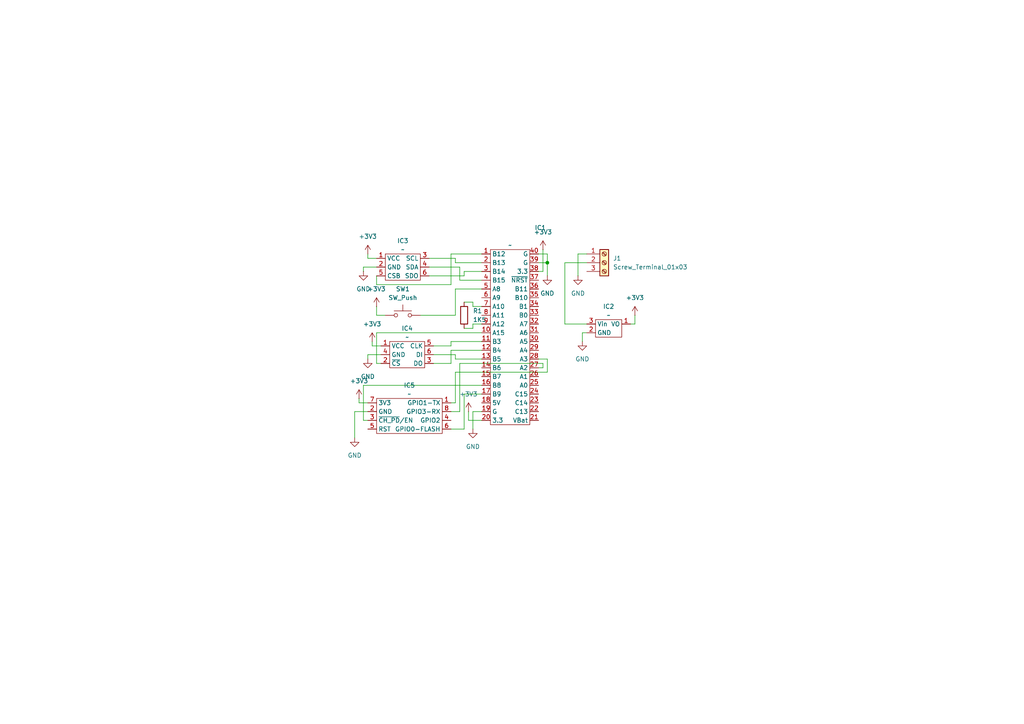
<source format=kicad_sch>
(kicad_sch (version 20250114) (generator "eeschema") (generator_version "9.0")
  (paper "A4")
  (lib_symbols
    (symbol "Connector:Screw_Terminal_01x03" (pin_names (offset 1.016) (hide yes))
      (property "Reference" "J" (at 0 5.08 0))
      (property "Value" "Screw_Terminal_01x03" (at 0 -5.08 0))
      (symbol "Screw_Terminal_01x03_1_1"
        (rectangle (start -1.27 3.81) (end 1.27 -3.81) (stroke (width 0.254)) (fill (type background)))
        (polyline (pts (xy -0.5334 2.8702) (xy 0.3302 2.032)) (stroke (width 0.1524)))
        (polyline (pts (xy -0.5334 0.3302) (xy 0.3302 -0.508)) (stroke (width 0.1524)))
        (polyline (pts (xy -0.5334 -2.2098) (xy 0.3302 -3.048)) (stroke (width 0.1524)))
        (polyline (pts (xy -0.3556 3.048) (xy 0.508 2.2098)) (stroke (width 0.1524)))
        (polyline (pts (xy -0.3556 0.508) (xy 0.508 -0.3302)) (stroke (width 0.1524)))
        (polyline (pts (xy -0.3556 -2.032) (xy 0.508 -2.8702)) (stroke (width 0.1524)))
        (circle (center 0 2.54) (radius 0.635) (stroke (width 0.1524)))
        (circle (center 0 0) (radius 0.635) (stroke (width 0.1524)))
        (circle (center 0 -2.54) (radius 0.635) (stroke (width 0.1524)))
        (pin passive line (at -5.08 2.54 0) (length 3.81) (name "Pin_1") (number "1"))
        (pin passive line (at -5.08 0 0) (length 3.81) (name "Pin_2") (number "2"))
        (pin passive line (at -5.08 -2.54 0) (length 3.81) (name "Pin_3") (number "3"))
      )
    )
    (symbol "DIY Electronics:BME280-SPI/I2C"
      (property "Reference" "IC" (at 0 0 0))
      (symbol "BME280-SPI/I2C_0_1"
        (rectangle (start -6.35 -2.54) (end 3.81 -10.16))
      )
      (symbol "BME280-SPI/I2C_1_1"
        (pin power_in line (at -8.89 -3.81 0) (length 2.54) (name "VCC") (number "1"))
        (pin power_in line (at -8.89 -6.35 0) (length 2.54) (name "GND") (number "2"))
        (pin input line (at -8.89 -8.89 0) (length 2.54) (name "CSB") (number "5"))
        (pin input line (at 6.35 -3.81 180) (length 2.54) (name "SCL") (number "3"))
        (pin input line (at 6.35 -6.35 180) (length 2.54) (name "SDA") (number "4"))
        (pin output line (at 6.35 -8.89 180) (length 2.54) (name "SDO") (number "6"))
      )
    )
    (symbol "DIY Electronics:Blue_Pill_(STM32103CxTx)"
      (property "Reference" "IC" (at 2.032 0 0))
      (symbol "Blue_Pill_(STM32103CxTx)_0_1"
        (rectangle (start 1.27 -1.27) (end 12.7 -52.07))
      )
      (symbol "Blue_Pill_(STM32103CxTx)_1_1"
        (pin bidirectional line (at -1.27 -2.54 0) (length 2.54) (name "B12") (number "1"))
        (pin bidirectional line (at -1.27 -5.08 0) (length 2.54) (name "B13") (number "2"))
        (pin bidirectional line (at -1.27 -7.62 0) (length 2.54) (name "B14") (number "3"))
        (pin bidirectional line (at -1.27 -10.16 0) (length 2.54) (name "B15") (number "4"))
        (pin bidirectional line (at -1.27 -12.7 0) (length 2.54) (name "A8") (number "5"))
        (pin bidirectional line (at -1.27 -15.24 0) (length 2.54) (name "A9") (number "6"))
        (pin bidirectional line (at -1.27 -17.78 0) (length 2.54) (name "A10") (number "7"))
        (pin bidirectional line (at -1.27 -20.32 0) (length 2.54) (name "A11") (number "8"))
        (pin bidirectional line (at -1.27 -22.86 0) (length 2.54) (name "A12") (number "9"))
        (pin bidirectional line (at -1.27 -25.4 0) (length 2.54) (name "A15") (number "10"))
        (pin bidirectional line (at -1.27 -27.94 0) (length 2.54) (name "B3") (number "11"))
        (pin bidirectional line (at -1.27 -30.48 0) (length 2.54) (name "B4") (number "12"))
        (pin bidirectional line (at -1.27 -33.02 0) (length 2.54) (name "B5") (number "13"))
        (pin bidirectional line (at -1.27 -35.56 0) (length 2.54) (name "B6") (number "14"))
        (pin bidirectional line (at -1.27 -38.1 0) (length 2.54) (name "B7") (number "15"))
        (pin bidirectional line (at -1.27 -40.64 0) (length 2.54) (name "B8") (number "16"))
        (pin bidirectional line (at -1.27 -43.18 0) (length 2.54) (name "B9") (number "17"))
        (pin power_in line (at -1.27 -45.72 0) (length 2.54) (name "5V") (number "18"))
        (pin power_in line (at -1.27 -48.26 0) (length 2.54) (name "G") (number "19"))
        (pin power_in line (at -1.27 -50.8 0) (length 2.54) (name "3.3") (number "20"))
        (pin power_in line (at 15.24 -2.54 180) (length 2.54) (name "G") (number "40"))
        (pin power_in line (at 15.24 -5.08 180) (length 2.54) (name "G") (number "39"))
        (pin power_in line (at 15.24 -7.62 180) (length 2.54) (name "3.3") (number "38"))
        (pin bidirectional line (at 15.24 -10.16 180) (length 2.54) (name "~{NRST}") (number "37"))
        (pin bidirectional line (at 15.24 -12.7 180) (length 2.54) (name "B11") (number "36"))
        (pin bidirectional line (at 15.24 -15.24 180) (length 2.54) (name "B10") (number "35"))
        (pin bidirectional line (at 15.24 -17.78 180) (length 2.54) (name "B1") (number "34"))
        (pin bidirectional line (at 15.24 -20.32 180) (length 2.54) (name "B0") (number "33"))
        (pin bidirectional line (at 15.24 -22.86 180) (length 2.54) (name "A7") (number "32"))
        (pin bidirectional line (at 15.24 -25.4 180) (length 2.54) (name "A6") (number "31"))
        (pin bidirectional line (at 15.24 -27.94 180) (length 2.54) (name "A5") (number "30"))
        (pin bidirectional line (at 15.24 -30.48 180) (length 2.54) (name "A4") (number "29"))
        (pin bidirectional line (at 15.24 -33.02 180) (length 2.54) (name "A3") (number "28"))
        (pin bidirectional line (at 15.24 -35.56 180) (length 2.54) (name "A2") (number "27"))
        (pin bidirectional line (at 15.24 -38.1 180) (length 2.54) (name "A1") (number "26"))
        (pin bidirectional line (at 15.24 -40.64 180) (length 2.54) (name "A0") (number "25"))
        (pin bidirectional line (at 15.24 -43.18 180) (length 2.54) (name "C15") (number "24"))
        (pin bidirectional line (at 15.24 -45.72 180) (length 2.54) (name "C14") (number "23"))
        (pin bidirectional line (at 15.24 -48.26 180) (length 2.54) (name "C13") (number "22"))
        (pin power_in line (at 15.24 -50.8 180) (length 2.54) (name "VBat") (number "21"))
      )
    )
    (symbol "DIY Electronics:ESP-01"
      (property "Reference" "IC" (at -0.254 0 0))
      (symbol "ESP-01_0_1"
        (rectangle (start -1.27 -1.27) (end 17.78 -11.43))
      )
      (symbol "ESP-01_1_1"
        (pin power_in line (at -3.81 -2.54 0) (length 2.54) (name "3V3") (number "7"))
        (pin power_in line (at -3.81 -5.08 0) (length 2.54) (name "GND") (number "2"))
        (pin power_in line (at -3.81 -7.62 0) (length 2.54) (name "~{CH_PD}/EN") (number "3"))
        (pin input line (at -3.81 -10.16 0) (length 2.54) (name "RST") (number "5"))
        (pin bidirectional line (at 20.32 -2.54 180) (length 2.54) (name "GPIO1-TX") (number "1"))
        (pin bidirectional line (at 20.32 -5.08 180) (length 2.54) (name "GPIO3-RX") (number "8"))
        (pin bidirectional line (at 20.32 -7.62 180) (length 2.54) (name "GPIO2") (number "4"))
        (pin bidirectional line (at 20.32 -10.16 180) (length 2.54) (name "GPIO0-FLASH") (number "6"))
      )
    )
    (symbol "DIY Electronics:FLASH-SPI"
      (property "Reference" "IC" (at 0.762 -1.27 0))
      (symbol "FLASH-SPI_0_1"
        (rectangle (start 0 -2.54) (end 10.16 -10.16))
      )
      (symbol "FLASH-SPI_1_1"
        (pin power_in line (at -2.54 -3.81 0) (length 2.54) (name "VCC") (number "1"))
        (pin power_in line (at -2.54 -6.35 0) (length 2.54) (name "GND") (number "4"))
        (pin input line (at -2.54 -8.89 0) (length 2.54) (name "~{CS}") (number "2"))
        (pin input line (at 12.7 -3.81 180) (length 2.54) (name "CLK") (number "5"))
        (pin input line (at 12.7 -6.35 180) (length 2.54) (name "DI") (number "6"))
        (pin output line (at 12.7 -8.89 180) (length 2.54) (name "DO") (number "3"))
      )
    )
    (symbol "DIY Electronics:Regulator"
      (property "Reference" "IC" (at 0 0 0))
      (symbol "Regulator_0_1"
        (rectangle (start -1.27 -1.27) (end 6.35 -6.35))
      )
      (symbol "Regulator_1_1"
        (pin power_in line (at -3.81 -2.54 0) (length 2.54) (name "Vin") (number "3"))
        (pin power_in line (at -3.81 -5.08 0) (length 2.54) (name "GND") (number "2"))
        (pin power_out line (at 8.89 -2.54 180) (length 2.54) (name "VO") (number "1"))
      )
    )
    (symbol "Device:R" (pin_numbers (hide yes)) (pin_names (offset 0))
      (property "Reference" "R" (at 2.032 0 90))
      (property "Value" "R" (at 0 0 90))
      (symbol "R_0_1"
        (rectangle (start -1.016 -2.54) (end 1.016 2.54) (stroke (width 0.254)))
      )
      (symbol "R_1_1"
        (pin passive line (at 0 3.81 270) (length 1.27) (name "~") (number "1"))
        (pin passive line (at 0 -3.81 90) (length 1.27) (name "~") (number "2"))
      )
    )
    (symbol "Switch:SW_Push" (pin_numbers (hide yes)) (pin_names (offset 1.016) (hide yes))
      (property "Reference" "SW" (at 1.27 2.54 0))
      (property "Value" "SW_Push" (at 0 -1.524 0))
      (symbol "SW_Push_0_1"
        (circle (center -2.032 0) (radius 0.508))
        (polyline (pts (xy 0 1.27) (xy 0 3.048)))
        (circle (center 2.032 0) (radius 0.508))
        (polyline (pts (xy 2.54 1.27) (xy -2.54 1.27)))
        (pin passive line (at -5.08 0 0) (length 2.54) (name "1") (number "1"))
        (pin passive line (at 5.08 0 180) (length 2.54) (name "2") (number "2"))
      )
    )
    (symbol "power:+3V3" (power) (pin_numbers (hide yes)) (pin_names (offset 0) (hide yes))
      (property "Value" "+3V3" (at 0 3.556 0))
      (symbol "+3V3_0_1"
        (polyline (pts (xy -0.762 1.27) (xy 0 2.54)))
        (polyline (pts (xy 0 2.54) (xy 0.762 1.27)))
        (polyline (pts (xy 0 0) (xy 0 2.54)))
      )
      (symbol "+3V3_1_1"
        (pin power_in line (at 0 0 90) (length 0) (name "~") (number "1"))
      )
    )
    (symbol "power:GND" (power) (pin_numbers (hide yes)) (pin_names (offset 0) (hide yes))
      (property "Value" "GND" (at 0 -3.81 0))
      (symbol "GND_0_1"
        (polyline (pts (xy 0 0) (xy 0 -1.27) (xy 1.27 -1.27) (xy 0 -2.54) (xy -1.27 -1.27) (xy 0 -1.27)))
      )
      (symbol "GND_1_1"
        (pin power_in line (at 0 0 270) (length 0) (name "~") (number "1"))
      )
    )
  )
  (junction (at 158.75 76.2))
  (wire (pts (xy 158.75 76.2) (xy 158.75 73.66)))
  (wire (pts (xy 137.16 95.25) (xy 137.16 93.98)))
  (wire (pts (xy 105.41 78.74) (xy 105.41 77.47)))
  (wire (pts (xy 158.75 104.14) (xy 158.75 107.95)))
  (wire (pts (xy 163.83 93.98) (xy 170.18 93.98)))
  (wire (pts (xy 184.15 93.98) (xy 184.15 91.44)))
  (wire (pts (xy 110.49 105.41) (xy 109.22 105.41)))
  (wire (pts (xy 130.81 73.66) (xy 139.7 73.66)))
  (wire (pts (xy 132.08 104.14) (xy 139.7 104.14)))
  (wire (pts (xy 102.87 119.38) (xy 106.68 119.38)))
  (wire (pts (xy 106.68 102.87) (xy 110.49 102.87)))
  (wire (pts (xy 168.91 99.06) (xy 168.91 96.52)))
  (wire (pts (xy 132.08 107.95) (xy 158.75 107.95)))
  (wire (pts (xy 137.16 87.63) (xy 137.16 88.9)))
  (wire (pts (xy 130.81 119.38) (xy 133.35 119.38)))
  (wire (pts (xy 156.21 106.68) (xy 157.48 106.68)))
  (wire (pts (xy 137.16 119.38) (xy 139.7 119.38)))
  (wire (pts (xy 106.68 73.66) (xy 106.68 74.93)))
  (wire (pts (xy 133.35 77.47) (xy 133.35 81.28)))
  (wire (pts (xy 137.16 88.9) (xy 139.7 88.9)))
  (wire (pts (xy 109.22 88.9) (xy 109.22 91.44)))
  (wire (pts (xy 133.35 105.41) (xy 133.35 119.38)))
  (wire (pts (xy 130.81 116.84) (xy 132.08 116.84)))
  (wire (pts (xy 102.87 127) (xy 102.87 119.38)))
  (wire (pts (xy 157.48 72.39) (xy 157.48 78.74)))
  (wire (pts (xy 134.62 80.01) (xy 134.62 78.74)))
  (wire (pts (xy 134.62 114.3) (xy 139.7 114.3)))
  (wire (pts (xy 104.14 116.84) (xy 106.68 116.84)))
  (wire (pts (xy 124.46 80.01) (xy 134.62 80.01)))
  (wire (pts (xy 158.75 76.2) (xy 158.75 80.01)))
  (wire (pts (xy 133.35 105.41) (xy 157.48 105.41)))
  (wire (pts (xy 125.73 102.87) (xy 132.08 102.87)))
  (wire (pts (xy 132.08 76.2) (xy 139.7 76.2)))
  (wire (pts (xy 132.08 74.93) (xy 132.08 76.2)))
  (wire (pts (xy 125.73 105.41) (xy 130.81 105.41)))
  (wire (pts (xy 170.18 73.66) (xy 167.64 73.66)))
  (wire (pts (xy 182.88 93.98) (xy 184.15 93.98)))
  (wire (pts (xy 105.41 121.92) (xy 105.41 111.76)))
  (wire (pts (xy 130.81 101.6) (xy 139.7 101.6)))
  (wire (pts (xy 135.89 119.38) (xy 135.89 121.92)))
  (wire (pts (xy 134.62 124.46) (xy 134.62 114.3)))
  (wire (pts (xy 107.95 100.33) (xy 110.49 100.33)))
  (wire (pts (xy 109.22 105.41) (xy 109.22 96.52)))
  (wire (pts (xy 134.62 95.25) (xy 137.16 95.25)))
  (wire (pts (xy 157.48 105.41) (xy 157.48 106.68)))
  (wire (pts (xy 124.46 74.93) (xy 132.08 74.93)))
  (wire (pts (xy 158.75 76.2) (xy 156.21 76.2)))
  (wire (pts (xy 105.41 77.47) (xy 109.22 77.47)))
  (wire (pts (xy 137.16 93.98) (xy 139.7 93.98)))
  (wire (pts (xy 106.68 104.14) (xy 106.68 102.87)))
  (wire (pts (xy 167.64 73.66) (xy 167.64 80.01)))
  (wire (pts (xy 109.22 80.01) (xy 109.22 82.55)))
  (wire (pts (xy 134.62 78.74) (xy 139.7 78.74)))
  (wire (pts (xy 130.81 99.06) (xy 139.7 99.06)))
  (wire (pts (xy 135.89 121.92) (xy 139.7 121.92)))
  (wire (pts (xy 134.62 87.63) (xy 137.16 87.63)))
  (wire (pts (xy 106.68 121.92) (xy 105.41 121.92)))
  (wire (pts (xy 106.68 74.93) (xy 109.22 74.93)))
  (wire (pts (xy 139.7 83.82) (xy 132.08 83.82)))
  (wire (pts (xy 130.81 105.41) (xy 130.81 101.6)))
  (wire (pts (xy 125.73 100.33) (xy 130.81 100.33)))
  (wire (pts (xy 156.21 104.14) (xy 158.75 104.14)))
  (wire (pts (xy 109.22 96.52) (xy 139.7 96.52)))
  (wire (pts (xy 137.16 124.46) (xy 137.16 119.38)))
  (wire (pts (xy 130.81 82.55) (xy 130.81 73.66)))
  (wire (pts (xy 132.08 102.87) (xy 132.08 104.14)))
  (wire (pts (xy 104.14 115.57) (xy 104.14 116.84)))
  (wire (pts (xy 156.21 78.74) (xy 157.48 78.74)))
  (wire (pts (xy 132.08 107.95) (xy 132.08 116.84)))
  (wire (pts (xy 156.21 73.66) (xy 158.75 73.66)))
  (wire (pts (xy 107.95 99.06) (xy 107.95 100.33)))
  (wire (pts (xy 132.08 83.82) (xy 132.08 91.44)))
  (wire (pts (xy 124.46 77.47) (xy 133.35 77.47)))
  (wire (pts (xy 105.41 111.76) (xy 139.7 111.76)))
  (wire (pts (xy 133.35 81.28) (xy 139.7 81.28)))
  (wire (pts (xy 130.81 124.46) (xy 134.62 124.46)))
  (wire (pts (xy 170.18 76.2) (xy 163.83 76.2)))
  (wire (pts (xy 109.22 91.44) (xy 111.76 91.44)))
  (wire (pts (xy 168.91 96.52) (xy 170.18 96.52)))
  (wire (pts (xy 109.22 82.55) (xy 130.81 82.55)))
  (wire (pts (xy 132.08 91.44) (xy 121.92 91.44)))
  (wire (pts (xy 130.81 100.33) (xy 130.81 99.06)))
  (wire (pts (xy 163.83 76.2) (xy 163.83 93.98)))
  (symbol (lib_id "Device:R") (at 134.62 91.44 0) (unit 1)
    (property "Reference" "R1" (at 137.16 90.1699 0) (effects (justify left)))
    (property "Value" "1K5" (at 137.16 92.7099 0) (effects (justify left)))
    (property "Description" "Resistor" (effects (hide yes)))
  )
  (symbol (lib_id "Switch:SW_Push") (at 116.84 91.44 0) (unit 1)
    (property "Reference" "SW1" (at 116.84 83.82 0))
    (property "Value" "SW_Push" (at 116.84 86.36 0))
    (property "Footprint" "DIY Electronics:BIG BUTTON" (effects (hide yes)))
    (property "Description" "Push button switch, generic, two pins" (effects (hide yes)))
  )
  (symbol (lib_id "power:+3V3") (at 135.89 119.38 0) (unit 1)
    (property "Reference" "#PWR014" (effects (hide yes)))
    (property "Value" "+3V3" (at 135.89 114.3 0))
    (property "Description" "Power symbol creates a global label with name \"+3V3\"" (effects (hide yes)))
  )
  (symbol (lib_id "power:+3V3") (at 106.68 73.66 0) (unit 1)
    (property "Reference" "#PWR06" (effects (hide yes)))
    (property "Value" "+3V3" (at 106.68 68.58 0))
    (property "Description" "Power symbol creates a global label with name \"+3V3\"" (effects (hide yes)))
  )
  (symbol (lib_id "power:GND") (at 106.68 104.14 0) (unit 1)
    (property "Reference" "#PWR012" (effects (hide yes)))
    (property "Value" "GND" (at 106.68 109.22 0))
    (property "Description" "Power symbol creates a global label with name \"GND\" , ground" (effects (hide yes)))
  )
  (symbol (lib_id "power:+3V3") (at 157.48 72.39 0) (unit 1)
    (property "Reference" "#PWR03" (effects (hide yes)))
    (property "Value" "+3V3" (at 157.48 67.31 0))
    (property "Description" "Power symbol creates a global label with name \"+3V3\"" (effects (hide yes)))
  )
  (symbol (lib_id "power:GND") (at 168.91 99.06 0) (unit 1)
    (property "Reference" "#PWR05" (effects (hide yes)))
    (property "Value" "GND" (at 168.91 104.14 0))
    (property "Description" "Power symbol creates a global label with name \"GND\" , ground" (effects (hide yes)))
  )
  (symbol (lib_id "DIY Electronics:Regulator") (at 173.99 91.44 0) (unit 1)
    (property "Reference" "IC2" (at 176.53 88.9 0))
    (property "Value" "~" (at 176.53 91.44 0))
    (property "Footprint" "DIY Electronics:REGULATOR" (effects (hide yes)))
  )
  (symbol (lib_id "power:+3V3") (at 109.22 88.9 0) (unit 1)
    (property "Reference" "#PWR09" (effects (hide yes)))
    (property "Value" "+3V3" (at 109.22 83.82 0))
    (property "Description" "Power symbol creates a global label with name \"+3V3\"" (effects (hide yes)))
  )
  (symbol (lib_id "DIY Electronics:ESP-01") (at 110.49 114.3 0) (unit 1)
    (property "Reference" "IC5" (at 118.745 111.76 0))
    (property "Value" "~" (at 118.745 114.3 0))
    (property "Footprint" "DIY Electronics:ESP-01" (effects (hide yes)))
  )
  (symbol (lib_id "DIY Electronics:BME280-SPI/I2C") (at 118.11 71.12 0) (unit 1)
    (property "Reference" "IC3" (at 116.84 69.85 0))
    (property "Value" "~" (at 116.84 72.39 0))
    (property "Footprint" "DIY Electronics:BME280-SPI" (effects (hide yes)))
  )
  (symbol (lib_id "DIY Electronics:FLASH-SPI") (at 113.03 96.52 0) (unit 1)
    (property "Reference" "IC4" (at 118.11 95.25 0))
    (property "Value" "~" (at 118.11 97.79 0))
    (property "Footprint" "DIY Electronics:FLASH-SPI" (effects (hide yes)))
  )
  (symbol (lib_id "power:+3V3") (at 107.95 99.06 0) (unit 1)
    (property "Reference" "#PWR07" (effects (hide yes)))
    (property "Value" "+3V3" (at 107.95 93.98 0))
    (property "Description" "Power symbol creates a global label with name \"+3V3\"" (effects (hide yes)))
  )
  (symbol (lib_id "power:GND") (at 158.75 80.01 0) (unit 1)
    (property "Reference" "#PWR01" (effects (hide yes)))
    (property "Value" "GND" (at 158.75 85.09 0))
    (property "Description" "Power symbol creates a global label with name \"GND\" , ground" (effects (hide yes)))
  )
  (symbol (lib_id "power:GND") (at 167.64 80.01 0) (unit 1)
    (property "Reference" "#PWR04" (effects (hide yes)))
    (property "Value" "GND" (at 167.64 85.09 0))
    (property "Description" "Power symbol creates a global label with name \"GND\" , ground" (effects (hide yes)))
  )
  (symbol (lib_id "power:GND") (at 137.16 124.46 0) (unit 1)
    (property "Reference" "#PWR010" (effects (hide yes)))
    (property "Value" "GND" (at 137.16 129.54 0))
    (property "Description" "Power symbol creates a global label with name \"GND\" , ground" (effects (hide yes)))
  )
  (symbol (lib_id "power:+3V3") (at 184.15 91.44 0) (unit 1)
    (property "Reference" "#PWR02" (effects (hide yes)))
    (property "Value" "+3V3" (at 184.15 86.36 0))
    (property "Description" "Power symbol creates a global label with name \"+3V3\"" (effects (hide yes)))
  )
  (symbol (lib_id "Connector:Screw_Terminal_01x03") (at 175.26 76.2 0) (unit 1)
    (property "Reference" "J1" (at 177.8 74.9299 0) (effects (justify left)))
    (property "Value" "Screw_Terminal_01x03" (at 177.8 77.4699 0) (effects (justify left)))
    (property "Footprint" "DIY Electronics:TERMINAL-03" (effects (hide yes)))
    (property "Description" "Generic screw terminal, single row, 01x03, script generated (kicad-library-utils/schlib/autogen/connector/)" (effects (hide yes)))
  )
  (symbol (lib_id "power:GND") (at 102.87 127 0) (unit 1)
    (property "Reference" "#PWR011" (effects (hide yes)))
    (property "Value" "GND" (at 102.87 132.08 0))
    (property "Description" "Power symbol creates a global label with name \"GND\" , ground" (effects (hide yes)))
  )
  (symbol (lib_id "power:+3V3") (at 104.14 115.57 0) (unit 1)
    (property "Reference" "#PWR08" (effects (hide yes)))
    (property "Value" "+3V3" (at 104.14 110.49 0))
    (property "Description" "Power symbol creates a global label with name \"+3V3\"" (effects (hide yes)))
  )
  (symbol (lib_id "power:GND") (at 105.41 78.74 0) (unit 1)
    (property "Reference" "#PWR013" (effects (hide yes)))
    (property "Value" "GND" (at 105.41 83.82 0))
    (property "Description" "Power symbol creates a global label with name \"GND\" , ground" (effects (hide yes)))
  )
  (symbol (lib_id "DIY Electronics:Blue_Pill_(STM32103CxTx)") (at 140.97 71.12 0) (unit 1)
    (property "Reference" "IC1" (at 156.718 66.04 0))
    (property "Value" "~" (at 147.955 71.12 0))
    (property "Footprint" "DIY Electronics:BLUE PILL" (effects (hide yes)))
  )
)
</source>
